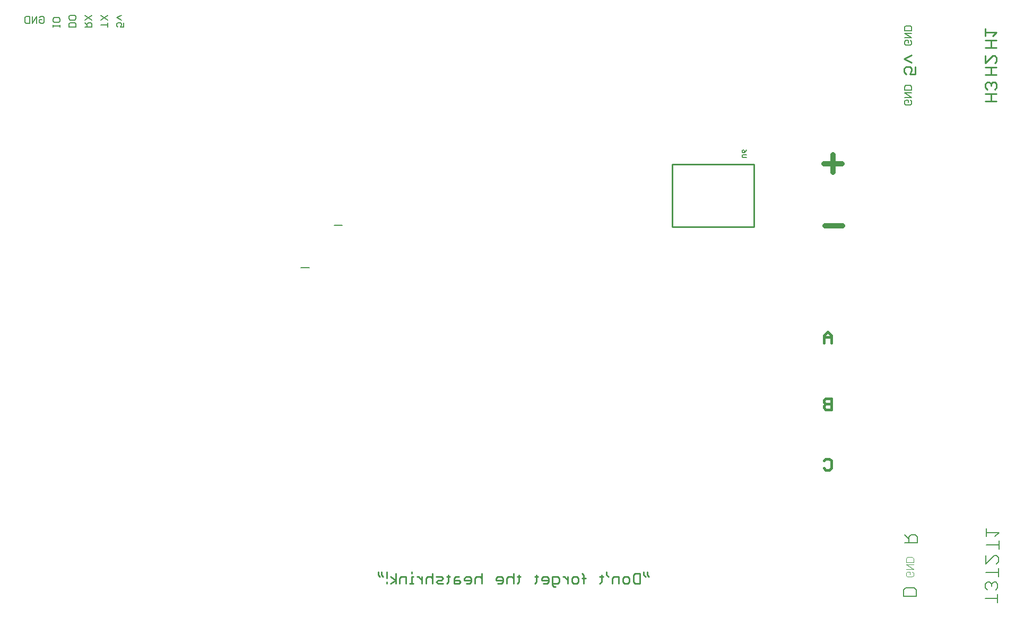
<source format=gbo>
G75*
%MOIN*%
%OFA0B0*%
%FSLAX25Y25*%
%IPPOS*%
%LPD*%
%AMOC8*
5,1,8,0,0,1.08239X$1,22.5*
%
%ADD10C,0.03400*%
%ADD11C,0.01500*%
%ADD12C,0.00700*%
%ADD13C,0.00400*%
%ADD14C,0.01000*%
%ADD15C,0.00600*%
%ADD16C,0.00900*%
%ADD17C,0.00500*%
D10*
X0595947Y0252007D02*
X0607024Y0252007D01*
X0600986Y0285469D02*
X0600986Y0296545D01*
X0606524Y0291007D02*
X0595447Y0291007D01*
D11*
X0597629Y0185356D02*
X0595260Y0182987D01*
X0595260Y0178250D01*
X0595260Y0181803D02*
X0599997Y0181803D01*
X0599997Y0182987D02*
X0597629Y0185356D01*
X0599997Y0182987D02*
X0599997Y0178250D01*
X0599997Y0143356D02*
X0596444Y0143356D01*
X0595260Y0142172D01*
X0595260Y0140987D01*
X0596444Y0139803D01*
X0599997Y0139803D01*
X0596444Y0139803D02*
X0595260Y0138619D01*
X0595260Y0137434D01*
X0596444Y0136250D01*
X0599997Y0136250D01*
X0599997Y0143356D01*
X0598813Y0105356D02*
X0599997Y0104172D01*
X0599997Y0099434D01*
X0598813Y0098250D01*
X0596444Y0098250D01*
X0595260Y0099434D01*
X0595260Y0104172D02*
X0596444Y0105356D01*
X0598813Y0105356D01*
D12*
X0697497Y0061702D02*
X0697497Y0056431D01*
X0697497Y0059067D02*
X0705404Y0059067D01*
X0702769Y0056431D01*
X0705404Y0053784D02*
X0705404Y0048512D01*
X0705404Y0051148D02*
X0697497Y0051148D01*
X0697097Y0044540D02*
X0697097Y0039269D01*
X0702369Y0044540D01*
X0703686Y0044540D01*
X0705004Y0043222D01*
X0705004Y0040587D01*
X0703686Y0039269D01*
X0705004Y0036621D02*
X0705004Y0031350D01*
X0705004Y0033986D02*
X0697097Y0033986D01*
X0697915Y0028040D02*
X0696597Y0026722D01*
X0696597Y0024087D01*
X0697915Y0022769D01*
X0700551Y0025404D02*
X0700551Y0026722D01*
X0699233Y0028040D01*
X0697915Y0028040D01*
X0700551Y0026722D02*
X0701869Y0028040D01*
X0703186Y0028040D01*
X0704504Y0026722D01*
X0704504Y0024087D01*
X0703186Y0022769D01*
X0704504Y0020121D02*
X0704504Y0014850D01*
X0704504Y0017486D02*
X0696597Y0017486D01*
X0653404Y0018931D02*
X0653404Y0022885D01*
X0652086Y0024202D01*
X0646815Y0024202D01*
X0645497Y0022885D01*
X0645497Y0018931D01*
X0653404Y0018931D01*
X0653904Y0052431D02*
X0645997Y0052431D01*
X0648633Y0052431D02*
X0648633Y0056385D01*
X0649951Y0057702D01*
X0652586Y0057702D01*
X0653904Y0056385D01*
X0653904Y0052431D01*
X0648633Y0055067D02*
X0645997Y0057702D01*
D13*
X0647715Y0043477D02*
X0650784Y0043477D01*
X0651551Y0042710D01*
X0651551Y0040408D01*
X0646947Y0040408D01*
X0646947Y0042710D01*
X0647715Y0043477D01*
X0646947Y0038873D02*
X0651551Y0038873D01*
X0651551Y0035804D02*
X0646947Y0038873D01*
X0646947Y0035804D02*
X0651551Y0035804D01*
X0650784Y0034269D02*
X0651551Y0033502D01*
X0651551Y0031967D01*
X0650784Y0031200D01*
X0647715Y0031200D01*
X0646947Y0031967D01*
X0646947Y0033502D01*
X0647715Y0034269D01*
X0649249Y0034269D01*
X0649249Y0032735D01*
D14*
X0551240Y0251315D02*
X0500058Y0251315D01*
X0500058Y0290685D01*
X0551240Y0290685D01*
X0551240Y0251315D01*
X0696747Y0330267D02*
X0703753Y0330267D01*
X0700250Y0330267D02*
X0700250Y0334938D01*
X0703753Y0334938D02*
X0696747Y0334938D01*
X0697915Y0337634D02*
X0696747Y0338801D01*
X0696747Y0341137D01*
X0697915Y0342304D01*
X0699083Y0342304D01*
X0700250Y0341137D01*
X0700250Y0339969D01*
X0700250Y0341137D02*
X0701418Y0342304D01*
X0702586Y0342304D01*
X0703753Y0341137D01*
X0703753Y0338801D01*
X0702586Y0337634D01*
X0703753Y0346767D02*
X0696747Y0346767D01*
X0700250Y0346767D02*
X0700250Y0351438D01*
X0703753Y0351438D02*
X0696747Y0351438D01*
X0696747Y0354134D02*
X0701418Y0358804D01*
X0702586Y0358804D01*
X0703753Y0357637D01*
X0703753Y0355301D01*
X0702586Y0354134D01*
X0696747Y0354134D02*
X0696747Y0358804D01*
X0696747Y0363767D02*
X0703753Y0363767D01*
X0700250Y0363767D02*
X0700250Y0368438D01*
X0701418Y0371134D02*
X0703753Y0373469D01*
X0696747Y0373469D01*
X0696747Y0371134D02*
X0696747Y0375804D01*
X0696747Y0368438D02*
X0703753Y0368438D01*
X0652753Y0351938D02*
X0652753Y0347267D01*
X0649250Y0347267D01*
X0650418Y0349603D01*
X0650418Y0350770D01*
X0649250Y0351938D01*
X0646915Y0351938D01*
X0645747Y0350770D01*
X0645747Y0348435D01*
X0646915Y0347267D01*
X0650418Y0354634D02*
X0645747Y0356969D01*
X0650418Y0359304D01*
D15*
X0649717Y0365488D02*
X0646781Y0365488D01*
X0646047Y0366222D01*
X0646047Y0367690D01*
X0646781Y0368424D01*
X0648249Y0368424D01*
X0648249Y0366956D01*
X0649717Y0365488D02*
X0650451Y0366222D01*
X0650451Y0367690D01*
X0649717Y0368424D01*
X0650451Y0370092D02*
X0646047Y0373028D01*
X0650451Y0373028D01*
X0650451Y0374696D02*
X0650451Y0376898D01*
X0649717Y0377632D01*
X0646781Y0377632D01*
X0646047Y0376898D01*
X0646047Y0374696D01*
X0650451Y0374696D01*
X0650451Y0370092D02*
X0646047Y0370092D01*
X0646781Y0340132D02*
X0649717Y0340132D01*
X0650451Y0339398D01*
X0650451Y0337196D01*
X0646047Y0337196D01*
X0646047Y0339398D01*
X0646781Y0340132D01*
X0646047Y0335528D02*
X0650451Y0335528D01*
X0650451Y0332592D02*
X0646047Y0335528D01*
X0646047Y0332592D02*
X0650451Y0332592D01*
X0649717Y0330924D02*
X0650451Y0330190D01*
X0650451Y0328722D01*
X0649717Y0327988D01*
X0646781Y0327988D01*
X0646047Y0328722D01*
X0646047Y0330190D01*
X0646781Y0330924D01*
X0648249Y0330924D01*
X0648249Y0329456D01*
X0155451Y0376800D02*
X0153249Y0376800D01*
X0153983Y0378268D01*
X0153983Y0379002D01*
X0153249Y0379736D01*
X0151781Y0379736D01*
X0151047Y0379002D01*
X0151047Y0377534D01*
X0151781Y0376800D01*
X0155451Y0376800D02*
X0155451Y0379736D01*
X0153983Y0381404D02*
X0151047Y0382872D01*
X0153983Y0384340D01*
X0145451Y0384340D02*
X0141047Y0381404D01*
X0141047Y0384340D02*
X0145451Y0381404D01*
X0145451Y0379736D02*
X0145451Y0376800D01*
X0145451Y0378268D02*
X0141047Y0378268D01*
X0135451Y0379002D02*
X0134717Y0379736D01*
X0133249Y0379736D01*
X0132515Y0379002D01*
X0132515Y0376800D01*
X0131047Y0376800D02*
X0135451Y0376800D01*
X0135451Y0379002D01*
X0135451Y0381404D02*
X0131047Y0384340D01*
X0131047Y0381404D02*
X0135451Y0384340D01*
X0131047Y0379736D02*
X0132515Y0378268D01*
X0125451Y0379002D02*
X0125451Y0376800D01*
X0121047Y0376800D01*
X0121047Y0379002D01*
X0121781Y0379736D01*
X0124717Y0379736D01*
X0125451Y0379002D01*
X0124717Y0381404D02*
X0121781Y0381404D01*
X0121047Y0382138D01*
X0121047Y0383606D01*
X0121781Y0384340D01*
X0124717Y0384340D01*
X0125451Y0383606D01*
X0125451Y0382138D01*
X0124717Y0381404D01*
X0115451Y0382071D02*
X0114717Y0382805D01*
X0111781Y0382805D01*
X0111047Y0382071D01*
X0111047Y0380603D01*
X0111781Y0379869D01*
X0114717Y0379869D01*
X0115451Y0380603D01*
X0115451Y0382071D01*
X0115451Y0378268D02*
X0115451Y0376800D01*
X0115451Y0377534D02*
X0111047Y0377534D01*
X0111047Y0376800D02*
X0111047Y0378268D01*
X0105447Y0380034D02*
X0105447Y0382970D01*
X0104713Y0383704D01*
X0103246Y0383704D01*
X0102512Y0382970D01*
X0102512Y0381502D02*
X0103980Y0381502D01*
X0102512Y0381502D02*
X0102512Y0380034D01*
X0103246Y0379300D01*
X0104713Y0379300D01*
X0105447Y0380034D01*
X0100844Y0379300D02*
X0100844Y0383704D01*
X0097908Y0379300D01*
X0097908Y0383704D01*
X0096240Y0383704D02*
X0094038Y0383704D01*
X0093304Y0382970D01*
X0093304Y0380034D01*
X0094038Y0379300D01*
X0096240Y0379300D01*
X0096240Y0383704D01*
D16*
X0315298Y0032204D02*
X0316349Y0031154D01*
X0315298Y0032204D02*
X0315298Y0034306D01*
X0317400Y0034306D02*
X0317400Y0032204D01*
X0318451Y0031154D01*
X0320661Y0030103D02*
X0320661Y0034306D01*
X0323033Y0031154D02*
X0326186Y0029052D01*
X0323033Y0026950D01*
X0320661Y0026950D02*
X0320661Y0028001D01*
X0326186Y0026950D02*
X0326186Y0033255D01*
X0328612Y0030103D02*
X0328612Y0026950D01*
X0328612Y0030103D02*
X0329663Y0031154D01*
X0332815Y0031154D01*
X0332815Y0026950D01*
X0335133Y0026950D02*
X0337235Y0026950D01*
X0336184Y0026950D02*
X0336184Y0031154D01*
X0337235Y0031154D01*
X0336184Y0033255D02*
X0336184Y0034306D01*
X0339607Y0031154D02*
X0340658Y0031154D01*
X0342760Y0029052D01*
X0342760Y0026950D02*
X0342760Y0031154D01*
X0345186Y0030103D02*
X0345186Y0026950D01*
X0345186Y0030103D02*
X0346237Y0031154D01*
X0348338Y0031154D01*
X0349389Y0030103D01*
X0351815Y0031154D02*
X0354968Y0031154D01*
X0356019Y0030103D01*
X0354968Y0029052D01*
X0352866Y0029052D01*
X0351815Y0028001D01*
X0352866Y0026950D01*
X0356019Y0026950D01*
X0358337Y0026950D02*
X0359388Y0028001D01*
X0359388Y0032204D01*
X0360439Y0031154D02*
X0358337Y0031154D01*
X0362865Y0030103D02*
X0362865Y0026950D01*
X0366018Y0026950D01*
X0367068Y0028001D01*
X0366018Y0029052D01*
X0362865Y0029052D01*
X0362865Y0030103D02*
X0363916Y0031154D01*
X0366018Y0031154D01*
X0369495Y0030103D02*
X0369495Y0029052D01*
X0373698Y0029052D01*
X0373698Y0028001D02*
X0373698Y0030103D01*
X0372647Y0031154D01*
X0370545Y0031154D01*
X0369495Y0030103D01*
X0370545Y0026950D02*
X0372647Y0026950D01*
X0373698Y0028001D01*
X0376124Y0026950D02*
X0376124Y0030103D01*
X0377175Y0031154D01*
X0379277Y0031154D01*
X0380328Y0030103D01*
X0380328Y0033255D02*
X0380328Y0026950D01*
X0389384Y0029052D02*
X0389384Y0030103D01*
X0390434Y0031154D01*
X0392536Y0031154D01*
X0393587Y0030103D01*
X0393587Y0028001D01*
X0392536Y0026950D01*
X0390434Y0026950D01*
X0389384Y0029052D02*
X0393587Y0029052D01*
X0396013Y0030103D02*
X0396013Y0026950D01*
X0396013Y0030103D02*
X0397064Y0031154D01*
X0399166Y0031154D01*
X0400217Y0030103D01*
X0402535Y0031154D02*
X0404637Y0031154D01*
X0403586Y0032204D02*
X0403586Y0028001D01*
X0402535Y0026950D01*
X0400217Y0026950D02*
X0400217Y0033255D01*
X0413584Y0031154D02*
X0415686Y0031154D01*
X0414635Y0032204D02*
X0414635Y0028001D01*
X0413584Y0026950D01*
X0418112Y0029052D02*
X0418112Y0030103D01*
X0419163Y0031154D01*
X0421265Y0031154D01*
X0422316Y0030103D01*
X0422316Y0028001D01*
X0421265Y0026950D01*
X0419163Y0026950D01*
X0418112Y0029052D02*
X0422316Y0029052D01*
X0424742Y0031154D02*
X0424742Y0025899D01*
X0425793Y0024848D01*
X0426844Y0024848D01*
X0427894Y0026950D02*
X0424742Y0026950D01*
X0427894Y0026950D02*
X0428945Y0028001D01*
X0428945Y0030103D01*
X0427894Y0031154D01*
X0424742Y0031154D01*
X0431317Y0031154D02*
X0432368Y0031154D01*
X0434470Y0029052D01*
X0434470Y0026950D02*
X0434470Y0031154D01*
X0436896Y0030103D02*
X0436896Y0028001D01*
X0437947Y0026950D01*
X0440049Y0026950D01*
X0441100Y0028001D01*
X0441100Y0030103D01*
X0440049Y0031154D01*
X0437947Y0031154D01*
X0436896Y0030103D01*
X0443418Y0030103D02*
X0445519Y0030103D01*
X0444469Y0032204D02*
X0444469Y0026950D01*
X0444469Y0032204D02*
X0443418Y0033255D01*
X0454467Y0031154D02*
X0456569Y0031154D01*
X0455518Y0032204D02*
X0455518Y0028001D01*
X0454467Y0026950D01*
X0458833Y0032204D02*
X0459884Y0031154D01*
X0458833Y0032204D02*
X0458833Y0034306D01*
X0462310Y0030103D02*
X0462310Y0026950D01*
X0462310Y0030103D02*
X0463361Y0031154D01*
X0466513Y0031154D01*
X0466513Y0026950D01*
X0468939Y0028001D02*
X0468939Y0030103D01*
X0469990Y0031154D01*
X0472092Y0031154D01*
X0473143Y0030103D01*
X0473143Y0028001D01*
X0472092Y0026950D01*
X0469990Y0026950D01*
X0468939Y0028001D01*
X0475569Y0028001D02*
X0475569Y0032204D01*
X0476620Y0033255D01*
X0479773Y0033255D01*
X0479773Y0026950D01*
X0476620Y0026950D01*
X0475569Y0028001D01*
X0482145Y0032204D02*
X0483196Y0031154D01*
X0484247Y0032204D02*
X0485297Y0031154D01*
X0484247Y0032204D02*
X0484247Y0034306D01*
X0482145Y0034306D02*
X0482145Y0032204D01*
X0349389Y0033255D02*
X0349389Y0026950D01*
D17*
X0271873Y0225614D02*
X0266755Y0225614D01*
X0287621Y0252386D02*
X0292740Y0252386D01*
X0543881Y0295322D02*
X0543881Y0296223D01*
X0544332Y0296674D01*
X0546584Y0296674D01*
X0545232Y0297819D02*
X0545232Y0299170D01*
X0544782Y0299620D01*
X0544332Y0299620D01*
X0543881Y0299170D01*
X0543881Y0298269D01*
X0544332Y0297819D01*
X0545232Y0297819D01*
X0546133Y0298719D01*
X0546584Y0299620D01*
X0546584Y0294872D02*
X0544332Y0294872D01*
X0543881Y0295322D01*
M02*

</source>
